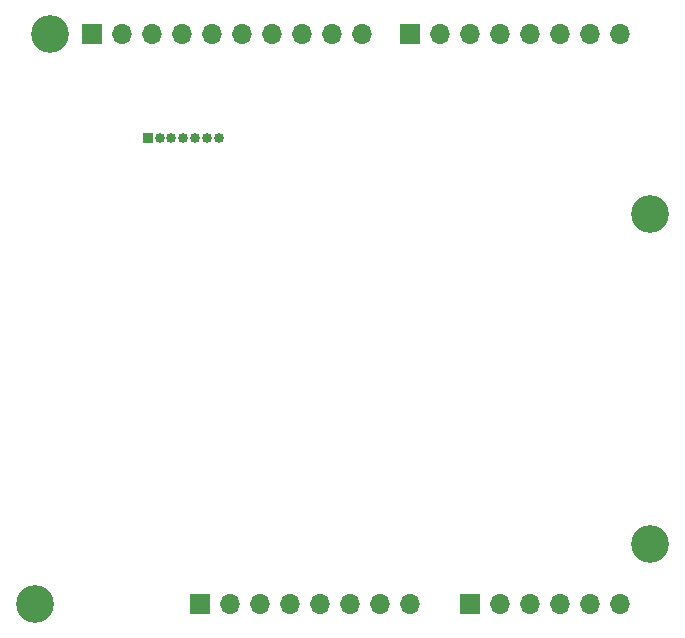
<source format=gbr>
%TF.GenerationSoftware,KiCad,Pcbnew,9.0.6*%
%TF.CreationDate,2025-12-02T16:19:02+01:00*%
%TF.ProjectId,new pcb,6e657720-7063-4622-9e6b-696361645f70,rev?*%
%TF.SameCoordinates,Original*%
%TF.FileFunction,Soldermask,Bot*%
%TF.FilePolarity,Negative*%
%FSLAX46Y46*%
G04 Gerber Fmt 4.6, Leading zero omitted, Abs format (unit mm)*
G04 Created by KiCad (PCBNEW 9.0.6) date 2025-12-02 16:19:02*
%MOMM*%
%LPD*%
G01*
G04 APERTURE LIST*
%ADD10R,1.700000X1.700000*%
%ADD11O,1.700000X1.700000*%
%ADD12C,3.200000*%
%ADD13R,0.850000X0.850000*%
%ADD14C,0.850000*%
G04 APERTURE END LIST*
D10*
%TO.C,J1*%
X127940000Y-97460000D03*
D11*
X130480000Y-97460000D03*
X133020000Y-97460000D03*
X135560000Y-97460000D03*
X138100000Y-97460000D03*
X140640000Y-97460000D03*
X143180000Y-97460000D03*
X145720000Y-97460000D03*
%TD*%
D10*
%TO.C,J3*%
X150800000Y-97460000D03*
D11*
X153340000Y-97460000D03*
X155880000Y-97460000D03*
X158420000Y-97460000D03*
X160960000Y-97460000D03*
X163500000Y-97460000D03*
%TD*%
D10*
%TO.C,J2*%
X118796000Y-49200000D03*
D11*
X121336000Y-49200000D03*
X123876000Y-49200000D03*
X126416000Y-49200000D03*
X128956000Y-49200000D03*
X131496000Y-49200000D03*
X134036000Y-49200000D03*
X136576000Y-49200000D03*
X139116000Y-49200000D03*
X141656000Y-49200000D03*
%TD*%
D10*
%TO.C,J4*%
X145720000Y-49200000D03*
D11*
X148260000Y-49200000D03*
X150800000Y-49200000D03*
X153340000Y-49200000D03*
X155880000Y-49200000D03*
X158420000Y-49200000D03*
X160960000Y-49200000D03*
X163500000Y-49200000D03*
%TD*%
D12*
%TO.C,MH1*%
X115240000Y-49200000D03*
%TD*%
%TO.C,MH2*%
X113970000Y-97460000D03*
%TD*%
%TO.C,MH3*%
X166040000Y-64440000D03*
%TD*%
%TO.C,MH4*%
X166040000Y-92380000D03*
%TD*%
D13*
%TO.C,J5*%
X123500000Y-58000000D03*
D14*
X124500000Y-58000000D03*
X125500000Y-58000000D03*
X126500000Y-58000000D03*
X127500000Y-58000000D03*
X128500000Y-58000000D03*
X129500000Y-58000000D03*
%TD*%
M02*

</source>
